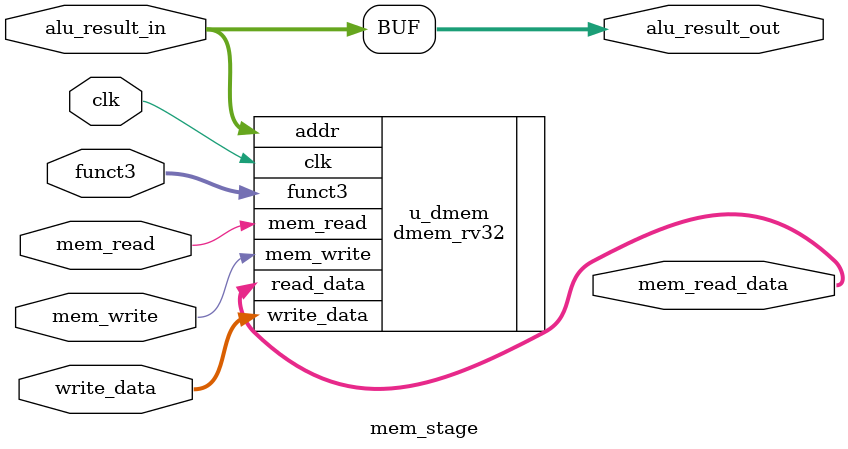
<source format=v>
`timescale 1ns / 1ps

module mem_stage #(
    parameter DM_BYTES = 4096,
    parameter DM_FILE  = ""
)(
    input  wire        clk,

    // Control
    input  wire        mem_read,
    input  wire        mem_write,
    input  wire [2:0]  funct3,

    // Data desde EX/MEM
    input  wire [31:0] alu_result_in, // dirección o resultado ALU
    input  wire [31:0] write_data,    // dato a escribir (stores)

    // Outputs hacia MEM/WB
    output wire [31:0] mem_read_data, // dato leído (ya extendido)
    output wire [31:0] alu_result_out // passthrough
);

    // Memoria de datos completa RV32
    dmem_rv32 #(
        .BYTES(DM_BYTES),
        .MEM_FILE(DM_FILE)
    ) u_dmem (
        .clk        (clk),
        .mem_read   (mem_read),
        .mem_write  (mem_write),
        .funct3     (funct3),
        .addr       (alu_result_in),
        .write_data (write_data),
        .read_data  (mem_read_data)
    );

    // Passthrough del resultado de la ALU
    assign alu_result_out = alu_result_in;

endmodule

</source>
